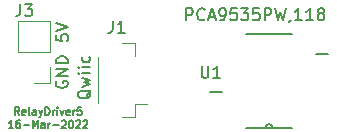
<source format=gbr>
%TF.GenerationSoftware,KiCad,Pcbnew,(5.1.12)-1*%
%TF.CreationDate,2022-03-16T22:40:05-06:00*%
%TF.ProjectId,RelayDriver,52656c61-7944-4726-9976-65722e6b6963,rev?*%
%TF.SameCoordinates,Original*%
%TF.FileFunction,Legend,Top*%
%TF.FilePolarity,Positive*%
%FSLAX46Y46*%
G04 Gerber Fmt 4.6, Leading zero omitted, Abs format (unit mm)*
G04 Created by KiCad (PCBNEW (5.1.12)-1) date 2022-03-16 22:40:05*
%MOMM*%
%LPD*%
G01*
G04 APERTURE LIST*
%ADD10C,0.150000*%
%ADD11C,0.120000*%
%ADD12C,0.152400*%
G04 APERTURE END LIST*
D10*
X63790580Y-59372476D02*
X63790580Y-59848666D01*
X64266771Y-59896285D01*
X64219152Y-59848666D01*
X64171533Y-59753428D01*
X64171533Y-59515333D01*
X64219152Y-59420095D01*
X64266771Y-59372476D01*
X64362009Y-59324857D01*
X64600104Y-59324857D01*
X64695342Y-59372476D01*
X64742961Y-59420095D01*
X64790580Y-59515333D01*
X64790580Y-59753428D01*
X64742961Y-59848666D01*
X64695342Y-59896285D01*
X63790580Y-59039142D02*
X64790580Y-58705809D01*
X63790580Y-58372476D01*
X63787400Y-63322104D02*
X63739780Y-63417342D01*
X63739780Y-63560200D01*
X63787400Y-63703057D01*
X63882638Y-63798295D01*
X63977876Y-63845914D01*
X64168352Y-63893533D01*
X64311209Y-63893533D01*
X64501685Y-63845914D01*
X64596923Y-63798295D01*
X64692161Y-63703057D01*
X64739780Y-63560200D01*
X64739780Y-63464961D01*
X64692161Y-63322104D01*
X64644542Y-63274485D01*
X64311209Y-63274485D01*
X64311209Y-63464961D01*
X64739780Y-62845914D02*
X63739780Y-62845914D01*
X64739780Y-62274485D01*
X63739780Y-62274485D01*
X64739780Y-61798295D02*
X63739780Y-61798295D01*
X63739780Y-61560200D01*
X63787400Y-61417342D01*
X63882638Y-61322104D01*
X63977876Y-61274485D01*
X64168352Y-61226866D01*
X64311209Y-61226866D01*
X64501685Y-61274485D01*
X64596923Y-61322104D01*
X64692161Y-61417342D01*
X64739780Y-61560200D01*
X64739780Y-61798295D01*
X60644314Y-66182411D02*
X60432647Y-65880030D01*
X60281457Y-66182411D02*
X60281457Y-65547411D01*
X60523361Y-65547411D01*
X60583838Y-65577650D01*
X60614076Y-65607888D01*
X60644314Y-65668364D01*
X60644314Y-65759078D01*
X60614076Y-65819554D01*
X60583838Y-65849792D01*
X60523361Y-65880030D01*
X60281457Y-65880030D01*
X61158361Y-66152173D02*
X61097885Y-66182411D01*
X60976933Y-66182411D01*
X60916457Y-66152173D01*
X60886219Y-66091697D01*
X60886219Y-65849792D01*
X60916457Y-65789316D01*
X60976933Y-65759078D01*
X61097885Y-65759078D01*
X61158361Y-65789316D01*
X61188600Y-65849792D01*
X61188600Y-65910269D01*
X60886219Y-65970745D01*
X61551457Y-66182411D02*
X61490980Y-66152173D01*
X61460742Y-66091697D01*
X61460742Y-65547411D01*
X62065504Y-66182411D02*
X62065504Y-65849792D01*
X62035266Y-65789316D01*
X61974790Y-65759078D01*
X61853838Y-65759078D01*
X61793361Y-65789316D01*
X62065504Y-66152173D02*
X62005028Y-66182411D01*
X61853838Y-66182411D01*
X61793361Y-66152173D01*
X61763123Y-66091697D01*
X61763123Y-66031221D01*
X61793361Y-65970745D01*
X61853838Y-65940507D01*
X62005028Y-65940507D01*
X62065504Y-65910269D01*
X62307409Y-65759078D02*
X62458600Y-66182411D01*
X62609790Y-65759078D02*
X62458600Y-66182411D01*
X62398123Y-66333602D01*
X62367885Y-66363840D01*
X62307409Y-66394078D01*
X62851695Y-66182411D02*
X62851695Y-65547411D01*
X63002885Y-65547411D01*
X63093600Y-65577650D01*
X63154076Y-65638126D01*
X63184314Y-65698602D01*
X63214552Y-65819554D01*
X63214552Y-65910269D01*
X63184314Y-66031221D01*
X63154076Y-66091697D01*
X63093600Y-66152173D01*
X63002885Y-66182411D01*
X62851695Y-66182411D01*
X63486695Y-66182411D02*
X63486695Y-65759078D01*
X63486695Y-65880030D02*
X63516933Y-65819554D01*
X63547171Y-65789316D01*
X63607647Y-65759078D01*
X63668123Y-65759078D01*
X63879790Y-66182411D02*
X63879790Y-65759078D01*
X63879790Y-65547411D02*
X63849552Y-65577650D01*
X63879790Y-65607888D01*
X63910028Y-65577650D01*
X63879790Y-65547411D01*
X63879790Y-65607888D01*
X64121695Y-65759078D02*
X64272885Y-66182411D01*
X64424076Y-65759078D01*
X64907885Y-66152173D02*
X64847409Y-66182411D01*
X64726457Y-66182411D01*
X64665980Y-66152173D01*
X64635742Y-66091697D01*
X64635742Y-65849792D01*
X64665980Y-65789316D01*
X64726457Y-65759078D01*
X64847409Y-65759078D01*
X64907885Y-65789316D01*
X64938123Y-65849792D01*
X64938123Y-65910269D01*
X64635742Y-65970745D01*
X65210266Y-66182411D02*
X65210266Y-65759078D01*
X65210266Y-65880030D02*
X65240504Y-65819554D01*
X65270742Y-65789316D01*
X65331219Y-65759078D01*
X65391695Y-65759078D01*
X65905742Y-65547411D02*
X65603361Y-65547411D01*
X65573123Y-65849792D01*
X65603361Y-65819554D01*
X65663838Y-65789316D01*
X65815028Y-65789316D01*
X65875504Y-65819554D01*
X65905742Y-65849792D01*
X65935980Y-65910269D01*
X65935980Y-66061459D01*
X65905742Y-66121935D01*
X65875504Y-66152173D01*
X65815028Y-66182411D01*
X65663838Y-66182411D01*
X65603361Y-66152173D01*
X65573123Y-66121935D01*
X60130266Y-67284911D02*
X59767409Y-67284911D01*
X59948838Y-67284911D02*
X59948838Y-66649911D01*
X59888361Y-66740626D01*
X59827885Y-66801102D01*
X59767409Y-66831340D01*
X60674552Y-66649911D02*
X60553600Y-66649911D01*
X60493123Y-66680150D01*
X60462885Y-66710388D01*
X60402409Y-66801102D01*
X60372171Y-66922054D01*
X60372171Y-67163959D01*
X60402409Y-67224435D01*
X60432647Y-67254673D01*
X60493123Y-67284911D01*
X60614076Y-67284911D01*
X60674552Y-67254673D01*
X60704790Y-67224435D01*
X60735028Y-67163959D01*
X60735028Y-67012769D01*
X60704790Y-66952292D01*
X60674552Y-66922054D01*
X60614076Y-66891816D01*
X60493123Y-66891816D01*
X60432647Y-66922054D01*
X60402409Y-66952292D01*
X60372171Y-67012769D01*
X61007171Y-67043007D02*
X61490980Y-67043007D01*
X61793361Y-67284911D02*
X61793361Y-66649911D01*
X62005028Y-67103483D01*
X62216695Y-66649911D01*
X62216695Y-67284911D01*
X62791219Y-67284911D02*
X62791219Y-66952292D01*
X62760980Y-66891816D01*
X62700504Y-66861578D01*
X62579552Y-66861578D01*
X62519076Y-66891816D01*
X62791219Y-67254673D02*
X62730742Y-67284911D01*
X62579552Y-67284911D01*
X62519076Y-67254673D01*
X62488838Y-67194197D01*
X62488838Y-67133721D01*
X62519076Y-67073245D01*
X62579552Y-67043007D01*
X62730742Y-67043007D01*
X62791219Y-67012769D01*
X63093600Y-67284911D02*
X63093600Y-66861578D01*
X63093600Y-66982530D02*
X63123838Y-66922054D01*
X63154076Y-66891816D01*
X63214552Y-66861578D01*
X63275028Y-66861578D01*
X63486695Y-67043007D02*
X63970504Y-67043007D01*
X64242647Y-66710388D02*
X64272885Y-66680150D01*
X64333361Y-66649911D01*
X64484552Y-66649911D01*
X64545028Y-66680150D01*
X64575266Y-66710388D01*
X64605504Y-66770864D01*
X64605504Y-66831340D01*
X64575266Y-66922054D01*
X64212409Y-67284911D01*
X64605504Y-67284911D01*
X64998600Y-66649911D02*
X65059076Y-66649911D01*
X65119552Y-66680150D01*
X65149790Y-66710388D01*
X65180028Y-66770864D01*
X65210266Y-66891816D01*
X65210266Y-67043007D01*
X65180028Y-67163959D01*
X65149790Y-67224435D01*
X65119552Y-67254673D01*
X65059076Y-67284911D01*
X64998600Y-67284911D01*
X64938123Y-67254673D01*
X64907885Y-67224435D01*
X64877647Y-67163959D01*
X64847409Y-67043007D01*
X64847409Y-66891816D01*
X64877647Y-66770864D01*
X64907885Y-66710388D01*
X64938123Y-66680150D01*
X64998600Y-66649911D01*
X65452171Y-66710388D02*
X65482409Y-66680150D01*
X65542885Y-66649911D01*
X65694076Y-66649911D01*
X65754552Y-66680150D01*
X65784790Y-66710388D01*
X65815028Y-66770864D01*
X65815028Y-66831340D01*
X65784790Y-66922054D01*
X65421933Y-67284911D01*
X65815028Y-67284911D01*
X66056933Y-66710388D02*
X66087171Y-66680150D01*
X66147647Y-66649911D01*
X66298838Y-66649911D01*
X66359314Y-66680150D01*
X66389552Y-66710388D01*
X66419790Y-66770864D01*
X66419790Y-66831340D01*
X66389552Y-66922054D01*
X66026695Y-67284911D01*
X66419790Y-67284911D01*
D11*
%TO.C,J3*%
X63204400Y-63458400D02*
X61874400Y-63458400D01*
X63204400Y-62128400D02*
X63204400Y-63458400D01*
X63204400Y-60858400D02*
X60544400Y-60858400D01*
X60544400Y-60858400D02*
X60544400Y-58258400D01*
X63204400Y-60858400D02*
X63204400Y-58258400D01*
X63204400Y-58258400D02*
X60544400Y-58258400D01*
D12*
%TO.C,U1*%
X82092800Y-67259200D02*
X83718400Y-67259200D01*
X81483200Y-67259200D02*
X82092800Y-67259200D01*
X79857600Y-67259200D02*
X81483200Y-67259200D01*
X83718400Y-59334400D02*
X79857600Y-59334400D01*
X77800200Y-64262000D02*
X76784200Y-64262000D01*
X86791800Y-61010800D02*
X85775800Y-61010800D01*
X81483200Y-67259200D02*
G75*
G02*
X82092800Y-67259200I304800J0D01*
G01*
D11*
%TO.C,J1*%
X67332000Y-65160600D02*
X67332000Y-61280600D01*
X70452000Y-60110600D02*
X70452000Y-61160600D01*
X69302000Y-60110600D02*
X70452000Y-60110600D01*
X70452000Y-65280600D02*
X71442000Y-65280600D01*
X70452000Y-66330600D02*
X70452000Y-65280600D01*
X69302000Y-66330600D02*
X70452000Y-66330600D01*
%TO.C,J3*%
D10*
X60728266Y-56805580D02*
X60728266Y-57519866D01*
X60680647Y-57662723D01*
X60585409Y-57757961D01*
X60442552Y-57805580D01*
X60347314Y-57805580D01*
X61109219Y-56805580D02*
X61728266Y-56805580D01*
X61394933Y-57186533D01*
X61537790Y-57186533D01*
X61633028Y-57234152D01*
X61680647Y-57281771D01*
X61728266Y-57377009D01*
X61728266Y-57615104D01*
X61680647Y-57710342D01*
X61633028Y-57757961D01*
X61537790Y-57805580D01*
X61252076Y-57805580D01*
X61156838Y-57757961D01*
X61109219Y-57710342D01*
%TO.C,U1*%
X76073095Y-62037980D02*
X76073095Y-62847504D01*
X76120714Y-62942742D01*
X76168333Y-62990361D01*
X76263571Y-63037980D01*
X76454047Y-63037980D01*
X76549285Y-62990361D01*
X76596904Y-62942742D01*
X76644523Y-62847504D01*
X76644523Y-62037980D01*
X77644523Y-63037980D02*
X77073095Y-63037980D01*
X77358809Y-63037980D02*
X77358809Y-62037980D01*
X77263571Y-62180838D01*
X77168333Y-62276076D01*
X77073095Y-62323695D01*
X74760866Y-58161180D02*
X74760866Y-57161180D01*
X75141819Y-57161180D01*
X75237057Y-57208800D01*
X75284676Y-57256419D01*
X75332295Y-57351657D01*
X75332295Y-57494514D01*
X75284676Y-57589752D01*
X75237057Y-57637371D01*
X75141819Y-57684990D01*
X74760866Y-57684990D01*
X76332295Y-58065942D02*
X76284676Y-58113561D01*
X76141819Y-58161180D01*
X76046580Y-58161180D01*
X75903723Y-58113561D01*
X75808485Y-58018323D01*
X75760866Y-57923085D01*
X75713247Y-57732609D01*
X75713247Y-57589752D01*
X75760866Y-57399276D01*
X75808485Y-57304038D01*
X75903723Y-57208800D01*
X76046580Y-57161180D01*
X76141819Y-57161180D01*
X76284676Y-57208800D01*
X76332295Y-57256419D01*
X76713247Y-57875466D02*
X77189438Y-57875466D01*
X76618009Y-58161180D02*
X76951342Y-57161180D01*
X77284676Y-58161180D01*
X77665628Y-58161180D02*
X77856104Y-58161180D01*
X77951342Y-58113561D01*
X77998961Y-58065942D01*
X78094200Y-57923085D01*
X78141819Y-57732609D01*
X78141819Y-57351657D01*
X78094200Y-57256419D01*
X78046580Y-57208800D01*
X77951342Y-57161180D01*
X77760866Y-57161180D01*
X77665628Y-57208800D01*
X77618009Y-57256419D01*
X77570390Y-57351657D01*
X77570390Y-57589752D01*
X77618009Y-57684990D01*
X77665628Y-57732609D01*
X77760866Y-57780228D01*
X77951342Y-57780228D01*
X78046580Y-57732609D01*
X78094200Y-57684990D01*
X78141819Y-57589752D01*
X79046580Y-57161180D02*
X78570390Y-57161180D01*
X78522771Y-57637371D01*
X78570390Y-57589752D01*
X78665628Y-57542133D01*
X78903723Y-57542133D01*
X78998961Y-57589752D01*
X79046580Y-57637371D01*
X79094200Y-57732609D01*
X79094200Y-57970704D01*
X79046580Y-58065942D01*
X78998961Y-58113561D01*
X78903723Y-58161180D01*
X78665628Y-58161180D01*
X78570390Y-58113561D01*
X78522771Y-58065942D01*
X79427533Y-57161180D02*
X80046580Y-57161180D01*
X79713247Y-57542133D01*
X79856104Y-57542133D01*
X79951342Y-57589752D01*
X79998961Y-57637371D01*
X80046580Y-57732609D01*
X80046580Y-57970704D01*
X79998961Y-58065942D01*
X79951342Y-58113561D01*
X79856104Y-58161180D01*
X79570390Y-58161180D01*
X79475152Y-58113561D01*
X79427533Y-58065942D01*
X80951342Y-57161180D02*
X80475152Y-57161180D01*
X80427533Y-57637371D01*
X80475152Y-57589752D01*
X80570390Y-57542133D01*
X80808485Y-57542133D01*
X80903723Y-57589752D01*
X80951342Y-57637371D01*
X80998961Y-57732609D01*
X80998961Y-57970704D01*
X80951342Y-58065942D01*
X80903723Y-58113561D01*
X80808485Y-58161180D01*
X80570390Y-58161180D01*
X80475152Y-58113561D01*
X80427533Y-58065942D01*
X81427533Y-58161180D02*
X81427533Y-57161180D01*
X81808485Y-57161180D01*
X81903723Y-57208800D01*
X81951342Y-57256419D01*
X81998961Y-57351657D01*
X81998961Y-57494514D01*
X81951342Y-57589752D01*
X81903723Y-57637371D01*
X81808485Y-57684990D01*
X81427533Y-57684990D01*
X82332295Y-57161180D02*
X82570390Y-58161180D01*
X82760866Y-57446895D01*
X82951342Y-58161180D01*
X83189438Y-57161180D01*
X83618009Y-58113561D02*
X83618009Y-58161180D01*
X83570390Y-58256419D01*
X83522771Y-58304038D01*
X84570390Y-58161180D02*
X83998961Y-58161180D01*
X84284676Y-58161180D02*
X84284676Y-57161180D01*
X84189438Y-57304038D01*
X84094200Y-57399276D01*
X83998961Y-57446895D01*
X85522771Y-58161180D02*
X84951342Y-58161180D01*
X85237057Y-58161180D02*
X85237057Y-57161180D01*
X85141819Y-57304038D01*
X85046580Y-57399276D01*
X84951342Y-57446895D01*
X86094200Y-57589752D02*
X85998961Y-57542133D01*
X85951342Y-57494514D01*
X85903723Y-57399276D01*
X85903723Y-57351657D01*
X85951342Y-57256419D01*
X85998961Y-57208800D01*
X86094200Y-57161180D01*
X86284676Y-57161180D01*
X86379914Y-57208800D01*
X86427533Y-57256419D01*
X86475152Y-57351657D01*
X86475152Y-57399276D01*
X86427533Y-57494514D01*
X86379914Y-57542133D01*
X86284676Y-57589752D01*
X86094200Y-57589752D01*
X85998961Y-57637371D01*
X85951342Y-57684990D01*
X85903723Y-57780228D01*
X85903723Y-57970704D01*
X85951342Y-58065942D01*
X85998961Y-58113561D01*
X86094200Y-58161180D01*
X86284676Y-58161180D01*
X86379914Y-58113561D01*
X86427533Y-58065942D01*
X86475152Y-57970704D01*
X86475152Y-57780228D01*
X86427533Y-57684990D01*
X86379914Y-57637371D01*
X86284676Y-57589752D01*
%TO.C,J1*%
X68576866Y-58202580D02*
X68576866Y-58916866D01*
X68529247Y-59059723D01*
X68434009Y-59154961D01*
X68291152Y-59202580D01*
X68195914Y-59202580D01*
X69576866Y-59202580D02*
X69005438Y-59202580D01*
X69291152Y-59202580D02*
X69291152Y-58202580D01*
X69195914Y-58345438D01*
X69100676Y-58440676D01*
X69005438Y-58488295D01*
X66714619Y-64065019D02*
X66667000Y-64160257D01*
X66571761Y-64255495D01*
X66428904Y-64398352D01*
X66381285Y-64493590D01*
X66381285Y-64588828D01*
X66619380Y-64541209D02*
X66571761Y-64636447D01*
X66476523Y-64731685D01*
X66286047Y-64779304D01*
X65952714Y-64779304D01*
X65762238Y-64731685D01*
X65667000Y-64636447D01*
X65619380Y-64541209D01*
X65619380Y-64350733D01*
X65667000Y-64255495D01*
X65762238Y-64160257D01*
X65952714Y-64112638D01*
X66286047Y-64112638D01*
X66476523Y-64160257D01*
X66571761Y-64255495D01*
X66619380Y-64350733D01*
X66619380Y-64541209D01*
X65952714Y-63779304D02*
X66619380Y-63588828D01*
X66143190Y-63398352D01*
X66619380Y-63207876D01*
X65952714Y-63017400D01*
X66619380Y-62636447D02*
X65952714Y-62636447D01*
X65619380Y-62636447D02*
X65667000Y-62684066D01*
X65714619Y-62636447D01*
X65667000Y-62588828D01*
X65619380Y-62636447D01*
X65714619Y-62636447D01*
X66619380Y-62160257D02*
X65952714Y-62160257D01*
X65619380Y-62160257D02*
X65667000Y-62207876D01*
X65714619Y-62160257D01*
X65667000Y-62112638D01*
X65619380Y-62160257D01*
X65714619Y-62160257D01*
X66571761Y-61255495D02*
X66619380Y-61350733D01*
X66619380Y-61541209D01*
X66571761Y-61636447D01*
X66524142Y-61684066D01*
X66428904Y-61731685D01*
X66143190Y-61731685D01*
X66047952Y-61684066D01*
X66000333Y-61636447D01*
X65952714Y-61541209D01*
X65952714Y-61350733D01*
X66000333Y-61255495D01*
%TD*%
M02*

</source>
